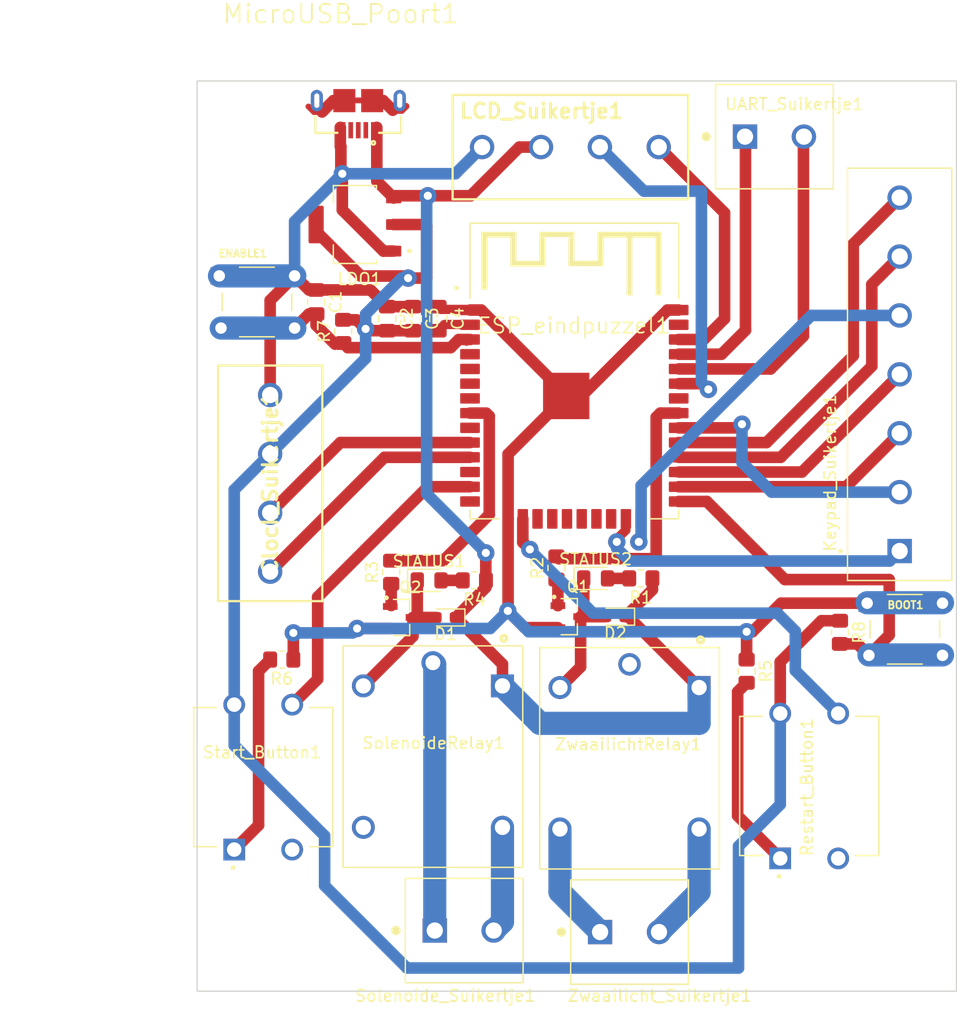
<source format=kicad_pcb>
(kicad_pcb (version 20211014) (generator pcbnew)
  (layers (0 "F.Cu" signal) (31 "B.Cu" signal) (34 "B.Paste" user) (35 "F.Paste" user) (36 "B.SilkS" user "B.Silkscreen") (37 "F.SilkS" user "F.Silkscreen") (38 "B.Mask" user) (39 "F.Mask" user) (44 "Edge.Cuts" user))
  (net 0 "")
  (net 1 "GND")
  (net 2 "Net-(BOOT1-Pad3)")
  (net 3 "Net-(C1-Pad2)")
  (net 4 "3.3V")
  (net 5 "IO26")
  (net 6 "IO25")
  (net 7 "5V")
  (net 8 "Net-(D1-Pad2)")
  (net 9 "Net-(D2-Pad2)")
  (net 10 "IO23")
  (net 11 "IO22")
  (net 12 "Net-(ESP_eindpuzzel1-Pad35)")
  (net 13 "Net-(ESP_eindpuzzel1-Pad34)")
  (net 14 "IO21")
  (net 15 "IO19")
  (net 16 "IO18")
  (net 17 "IO5")
  (net 18 "IO17")
  (net 19 "IO16")
  (net 20 "IO4")
  (net 21 "IO2")
  (net 22 "IO15")
  (net 29 "IO13")
  (net 31 "IO14")
  (net 34 "IO32")
  (net 42 "Net-(MicroUSB_Poort1-Pad6)")
  (net 43 "Net-(R2-Pad1)")
  (net 44 "Net-(R3-Pad1)")
  (net 45 "Net-(R1-Pad2)")
  (net 46 "Net-(R4-Pad2)")
  (net 47 "Net-(R5-Pad2)")
  (net 48 "Net-(R6-Pad2)")
  (net 50 "Net-(SolenoideRelay1-PadCOM)")
  (net 52 "Net-(SolenoideRelay1-PadNC)")
  (net 55 "Net-(ZwaailichtRelay1-PadNO)")
  (net 56 "Net-(ZwaailichtRelay1-PadNC)")
  (footprint "components:SOT95P230X110-3N" (layer "F.Cu") (at 76.54 78.37)
    (fp_text reference "Q2")
    (fp_text value "BC817")
  )
  (footprint "components:RELAY_SRD-05VDC-SL-C" (layer "F.Cu") (at 96.2 90.5125 -90)
    (fp_text reference "ZwaailichtRelay1")
    (fp_text value "SRD-05VDC-SL-C")
  )
  (footprint "Capacitor_SMD:C_0805_2012Metric_Pad1.18x1.45mm_HandSolder" (layer "F.Cu") (at 75.3 52.6 -90)
    (fp_text reference "C2")
    (fp_text value "220u")
  )
  (footprint "components:SOT95P230X110-3N" (layer "F.Cu") (at 91 78.3)
    (fp_text reference "Q1")
    (fp_text value "BC817")
  )
  (footprint "components:TE_282841-2" (layer "F.Cu") (at 81.94 105.37)
    (fp_text reference "Solenoide_Suikertje1")
    (fp_text value "282841-2")
  )
  (footprint "28241:2828414" (layer "F.Cu") (at 83.48 37.8)
    (fp_text reference "LCD_Suikertje1")
    (fp_text value "282841-4" hide)
  )
  (footprint "Capacitor_SMD:C_0805_2012Metric_Pad1.18x1.45mm_HandSolder" (layer "F.Cu") (at 77.5 52.6 -90)
    (fp_text reference "C3")
    (fp_text value "22u")
  )
  (footprint "28241:2828414" (layer "F.Cu") (at 65.2 74.42 90)
    (fp_text reference "Clock_Suikertje1")
    (fp_text value "282841-4" hide)
  )
  (footprint "components:TE_282841-7" (layer "F.Cu") (at 119.5 57.4 90)
    (fp_text reference "Keypad_Suikertje1")
    (fp_text value "282841-7")
  )
  (footprint "Resistor_SMD:R_0805_2012Metric_Pad1.20x1.40mm_HandSolder" (layer "F.Cu") (at 89.9 74.1 90)
    (fp_text reference "R2")
    (fp_text value "1k")
  )
  (footprint "Resistor_SMD:R_0805_2012Metric_Pad1.20x1.40mm_HandSolder" (layer "F.Cu") (at 71.5 53.7 90)
    (fp_text reference "R7")
    (fp_text value "10k")
  )
  (footprint "components:RELAY_SRD-05VDC-SL-C" (layer "F.Cu") (at 79.24 90.37 -90)
    (fp_text reference "SolenoideRelay1")
    (fp_text value "SRD-05VDC-SL-C")
  )
  (footprint "components:SOT229P700X180-4N" (layer "F.Cu") (at 72.51 44.48 180)
    (fp_text reference "LDO1")
    (fp_text value "AMS1117")
  )
  (footprint "LED_SMD:LED_0603_1608Metric_Pad1.05x0.95mm_HandSolder" (layer "F.Cu") (at 94.975 78.3 180)
    (fp_text reference "D2")
    (fp_text value "D")
  )
  (footprint "Resistor_SMD:R_0805_2012Metric_Pad1.20x1.40mm_HandSolder" (layer "F.Cu") (at 106.3 83 -90)
    (fp_text reference "R5")
    (fp_text value "1k")
  )
  (footprint "components:SW_B3F-4050" (layer "F.Cu") (at 111.7 92.9 90)
    (fp_text reference "Restart_Button1")
    (fp_text value "B3F-4050")
  )
  (footprint "LED_SMD:LED_0805_2012Metric_Pad1.15x1.40mm_HandSolder" (layer "F.Cu") (at 93.275 75)
    (fp_text reference "STATUS2")
    (fp_text value "LED")
  )
  (footprint "components:TE_282841-2" (layer "F.Cu") (at 96.2 105.5)
    (fp_text reference "Zwaailicht_Suikertje1")
    (fp_text value "282841-2")
  )
  (footprint "Resistor_SMD:R_0805_2012Metric_Pad1.20x1.40mm_HandSolder" (layer "F.Cu") (at 66.2 82 180)
    (fp_text reference "R6")
    (fp_text value "1k")
  )
  (footprint "Resistor_SMD:R_0805_2012Metric_Pad1.20x1.40mm_HandSolder" (layer "F.Cu") (at 82.815 75.17 180)
    (fp_text reference "R4")
    (fp_text value "1k")
  )
  (footprint "Resistor_SMD:R_0805_2012Metric_Pad1.20x1.40mm_HandSolder" (layer "F.Cu") (at 75.64 74.47 90)
    (fp_text reference "R3")
    (fp_text value "1k")
  )
  (footprint "components:TE_3-1825910-1" (layer "F.Cu") (at 64.06 51.16)
    (fp_text reference "ENABLE1")
    (fp_text value "SW_Push")
  )
  (footprint "components:MODULE_ESP-WROOM-32" (layer "F.Cu") (at 91.44 60.11)
    (fp_text reference "ESP_eindpuzzel1")
    (fp_text value "ESP-WROOM-32")
  )
  (footprint "components:TE_282841-2" (layer "F.Cu") (at 108.7 36.9)
    (fp_text reference "UART_Suikertje1")
    (fp_text value "282841-2")
  )
  (footprint "Resistor_SMD:R_0805_2012Metric_Pad1.20x1.40mm_HandSolder" (layer "F.Cu") (at 114.35 79.65 -90)
    (fp_text reference "R8")
    (fp_text value "10k")
  )
  (footprint "Capacitor_SMD:C_0805_2012Metric_Pad1.18x1.45mm_HandSolder" (layer "F.Cu") (at 69.16 51.16 -90)
    (fp_text reference "C1")
    (fp_text value "0.1u")
  )
  (footprint "LED_SMD:LED_0805_2012Metric_Pad1.15x1.40mm_HandSolder" (layer "F.Cu") (at 78.915 75.17)
    (fp_text reference "STATUS1")
    (fp_text value "LED")
  )
  (footprint "Resistor_SMD:R_0805_2012Metric_Pad1.20x1.40mm_HandSolder" (layer "F.Cu") (at 97.175 75 180)
    (fp_text reference "R1")
    (fp_text value "1k")
  )
  (footprint "LED_SMD:LED_0603_1608Metric_Pad1.05x0.95mm_HandSolder" (layer "F.Cu") (at 80.34 78.37 180)
    (fp_text reference "D1")
    (fp_text value "D")
  )
  (footprint "components:SW_B3F-4050" (layer "F.Cu") (at 64.6 92.1375 90)
    (fp_text reference "Start_Button1")
    (fp_text value "B3F-4050")
  )
  (footprint "components:GCT_USB3090-XX-X_REVE" (layer "F.Cu") (at 72.800814 33.795185 180)
    (fp_text reference "MicroUSB_Poort1")
    (fp_text value "USB3090-XX-X_REVE")
    (fp_line (start -3.35 -0.4) (end -3.35 0.4) (layer "Edge.Cuts") (width 0.01))
    (fp_line (start -3.8 0.4) (end -3.8 -0.4) (layer "Edge.Cuts") (width 0.01))
    (fp_line (start 3.8 -0.4) (end 3.8 0.4) (layer "Edge.Cuts") (width 0.01))
    (fp_line (start 3.35 0.4) (end 3.35 -0.4) (layer "Edge.Cuts") (width 0.01))
    (fp_arc (start -3.8 -0.4) (mid -3.734099 -0.559099) (end -3.575 -0.625) (layer "Edge.Cuts") (width 0.01))
    (fp_arc (start 3.8 0.4) (mid 3.734099 0.559099) (end 3.575 0.625) (layer "Edge.Cuts") (width 0.01))
    (fp_arc (start 3.575 0.625) (mid 3.415901 0.559099) (end 3.35 0.4) (layer "Edge.Cuts") (width 0.01))
    (fp_arc (start 3.575 -0.625) (mid 3.734099 -0.559099) (end 3.8 -0.4) (layer "Edge.Cuts") (width 0.01))
    (fp_arc (start 3.35 -0.4) (mid 3.415901 -0.559099) (end 3.575 -0.625) (layer "Edge.Cuts") (width 0.01))
    (fp_arc (start -3.575 0.625) (mid -3.734099 0.559099) (end -3.8 0.4) (layer "Edge.Cuts") (width 0.01))
    (fp_arc (start -3.575 -0.625) (mid -3.415901 -0.559099) (end -3.35 -0.4) (layer "Edge.Cuts") (width 0.01))
    (fp_arc (start -3.35 0.4) (mid -3.415901 0.559099) (end -3.575 0.625) (layer "Edge.Cuts") (width 0.01))
  )
  (footprint "components:TE_3-1825910-1" (layer "F.Cu") (at 119.9475 79.3875)
    (fp_text reference "BOOT1")
    (fp_text value "SW_Push")
  )
  (footprint "Capacitor_SMD:C_0805_2012Metric_Pad1.18x1.45mm_HandSolder" (layer "F.Cu") (at 79.7 52.6 -90)
    (fp_text reference "C4")
    (fp_text value "0.1u")
  )
  (gr_rect (start 58.9 32.1) (end 124.4 110.6) (layer "Edge.Cuts") (width 0.1) (fill none))
  (segment (start 71.3 39.977) (end 71.3 37.744696) (width 1) (layer "F.Cu") (net 1))
  (segment (start 71.500814 40.024186) (end 71.424 40.101) (width 0.5) (layer "F.Cu") (net 1))
  (segment (start 79.7 51.5625) (end 79.9375 51.8) (width 0.8) (layer "F.Cu") (net 1))
  (segment (start 73.86 50.1225) (end 75.3 51.5625) (width 1) (layer "F.Cu") (net 1))
  (segment (start 83.406549 51.855) (end 90.74 59.188451) (width 1) (layer "F.Cu") (net 1))
  (segment (start 69.16 50.1225) (end 68.5425 50.1225) (width 1) (layer "F.Cu") (net 1))
  (segment (start 71.424 40.101) (end 71.424 43.224) (width 1) (layer "F.Cu") (net 1))
  (segment (start 90.02 79.25) (end 87.15 79.25) (width 1) (layer "F.Cu") (net 1))
  (segment (start 67.2 82) (end 67.2 79.7) (width 1) (layer "F.Cu") (net 1))
  (segment (start 90.74 59.188451) (end 90.74 59.265) (width 1) (layer "F.Cu") (net 1))
  (segment (start 90.74 59.265) (end 85.725 64.28) (width 1) (layer "F.Cu") (net 1))
  (segment (start 67.31 48.91) (end 65.2 51.02) (width 1) (layer "F.Cu") (net 1))
  (segment (start 100.44 51.855) (end 99.473451 51.855) (width 1) (layer "F.Cu") (net 1))
  (segment (start 92.063451 59.265) (end 90.74 59.265) (width 1) (layer "F.Cu") (net 1))
  (segment (start 71.3 37.744696) (end 71.251303 37.744696) (width 1) (layer "F.Cu") (net 1))
  (segment (start 71.424 40.101) (end 71.3 39.977) (width 1) (layer "F.Cu") (net 1))
  (segment (start 69.16 50.1225) (end 73.86 50.1225) (width 1) (layer "F.Cu") (net 1))
  (segment (start 71.424 43.224) (end 74.97 46.77) (width 1) (layer "F.Cu") (net 1))
  (segment (start 106.3 79.6) (end 106.3 82) (width 1) (layer "F.Cu") (net 1))
  (segment (start 75.56 79.32) (end 72.7 79.32) (width 1) (layer "F.Cu") (net 1))
  (segment (start 85.725 64.28) (end 85.725 69.865) (width 1) (layer "F.Cu") (net 1))
  (segment (start 68.5425 50.1225) (end 67.33 48.91) (width 1) (layer "F.Cu") (net 1))
  (segment (start 73.88 79.32) (end 73.9 79.3) (width 0.5) (layer "F.Cu") (net 1))
  (segment (start 79.9375 51.8) (end 82.385 51.8) (width 0.8) (layer "F.Cu") (net 1))
  (segment (start 99.473451 51.855) (end 92.063451 59.265) (width 1) (layer "F.Cu") (net 1))
  (segment (start 71.251303 37.744696) (end 71.251303 36.1) (width 1) (layer "F.Cu") (net 1))
  (segment (start 72.7 79.32) (end 73.88 79.32) (width 0.5) (layer "F.Cu") (net 1))
  (segment (start 85.725 77.775) (end 85.725 69.865) (width 1) (layer "F.Cu") (net 1))
  (segment (start 75.3 51.5625) (end 79.7 51.5625) (width 1) (layer "F.Cu") (net 1))
  (segment (start 106.8 79.6) (end 109.2625 77.1375) (width 1) (layer "F.Cu") (net 1))
  (segment (start 85.7 77.8) (end 85.725 77.775) (width 0.5) (layer "F.Cu") (net 1))
  (segment (start 74.97 46.77) (end 75.855 46.77) (width 1) (layer "F.Cu") (net 1))
  (segment (start 87.15 79.25) (end 85.7 77.8) (width 1) (layer "F.Cu") (net 1))
  (segment (start 65.2 51.02) (end 65.2 59.18) (width 1) (layer "F.Cu") (net 1))
  (segment (start 89.25 79.25) (end 88.75 79.25) (width 0.5) (layer "F.Cu") (net 1))
  (segment (start 106.3 79.6) (end 106.8 79.6) (width 1) (layer "F.Cu") (net 1))
  (segment (start 109.2625 77.1375) (end 116.6975 77.1375) (width 1) (layer "F.Cu") (net 1))
  (segment (start 82.44 51.855) (end 83.406549 51.855) (width 1) (layer "F.Cu") (net 1))
  (segment (start 82.385 51.8) (end 82.44 51.855) (width 0.8) (layer "F.Cu") (net 1))
  (via (at 72.7 79.32) (size 1.5) (drill 0.7) (layers "F.Cu" "B.Cu") (net 1))
  (via (at 67.2 79.7) (size 1.5) (drill 0.7) (layers "F.Cu" "B.Cu") (net 1))
  (via (at 85.7 77.8) (size 1.5) (drill 0.7) (layers "F.Cu" "B.Cu") (net 1))
  (via (at 106.3 79.6) (size 1.5) (drill 0.7) (layers "F.Cu" "B.Cu") (net 1))
  (via (at 71.424 40.101) (size 1.5) (drill 0.7) (layers "F.Cu" "B.Cu") (net 1))
  (segment (start 87.5 79.6) (end 85.7 77.8) (width 1) (layer "B.Cu") (net 1))
  (segment (start 71.424 40.101) (end 81.179 40.101) (width 1) (layer "B.Cu") (net 1))
  (segment (start 81.179 40.101) (end 83.48 37.8) (width 1) (layer "B.Cu") (net 1))
  (segment (start 67.33 48.91) (end 60.83 48.91) (width 2) (layer "B.Cu") (net 1))
  (segment (start 72.7 79.32) (end 72.32 79.7) (width 1) (layer "B.Cu") (net 1))
  (segment (start 72.32 79.7) (end 67.2 79.7) (width 1) (layer "B.Cu") (net 1))
  (segment (start 72.7 79.32) (end 84.18 79.32) (width 1) (layer "B.Cu") (net 1))
  (segment (start 67.31 44.215) (end 67.31 48.91) (width 1) (layer "B.Cu") (net 1))
  (segment (start 123.2 77.1) (end 116.7 77.1) (width 2) (layer "B.Cu") (net 1))
  (segment (start 84.18 79.32) (end 85.7 77.8) (width 1) (layer "B.Cu") (net 1))
  (segment (start 71.424 40.101) (end 67.31 44.215) (width 1) (layer "B.Cu") (net 1))
  (segment (start 106.3 79.6) (end 87.5 79.6) (width 1) (layer "B.Cu") (net 1))
  (segment (start 118.6 79.885) (end 118.6 75.1) (width 1) (layer "F.Cu") (net 2))
  (segment (start 115.86 80.65) (end 116.8475 81.6375) (width 1) (layer "F.Cu") (net 2))
  (segment (start 118.6 75.1) (end 109.6 75.1) (width 1) (layer "F.Cu") (net 2))
  (segment (start 116.8475 81.6375) (end 118.6 79.885) (width 1) (layer "F.Cu") (net 2))
  (segment (start 114.35 80.65) (end 115.86 80.65) (width 1) (layer "F.Cu") (net 2))
  (segment (start 102.865 68.365) (end 100.44 68.365) (width 1) (layer "F.Cu") (net 2))
  (segment (start 109.6 75.1) (end 102.865 68.365) (width 1) (layer "F.Cu") (net 2))
  (segment (start 116.85 81.6) (end 123.2 81.6) (width 2) (layer "B.Cu") (net 2))
  (segment (start 71.9 55.1) (end 80.768451 55.1) (width 1) (layer "F.Cu") (net 3))
  (segment (start 69.16 53.16) (end 70.8 54.8) (width 1) (layer "F.Cu") (net 3))
  (segment (start 68.5425 52.1975) (end 67.33 53.41) (width 1) (layer "F.Cu") (net 3))
  (segment (start 69.16 52.1975) (end 68.5425 52.1975) (width 1) (layer "F.Cu") (net 3))
  (segment (start 80.768451 55.1) (end 81.473451 54.395) (width 1) (layer "F.Cu") (net 3))
  (segment (start 69.16 52.1975) (end 69.16 53.16) (width 1) (layer "F.Cu") (net 3))
  (segment (start 71.5 54.7) (end 71.9 55.1) (width 1) (layer "F.Cu") (net 3))
  (segment (start 82.135 54.7) (end 82.44 54.395) (width 0.5) (layer "F.Cu") (net 3))
  (segment (start 81.473451 54.395) (end 82.44 54.395) (width 1) (layer "F.Cu") (net 3))
  (segment (start 60.98 53.41) (end 67.33 53.41) (width 2) (layer "B.Cu") (net 3))
  (segment (start 82.415 53.1) (end 82.44 53.125) (width 0.8) (layer "F.Cu") (net 4))
  (segment (start 80.2375 53.1) (end 82.415 53.1) (width 0.8) (layer "F.Cu") (net 4))
  (segment (start 78.7 49.1) (end 78.7 44.6) (width 1) (layer "F.Cu") (net 4))
  (segment (start 69.165 44.48) (end 69.165 45.065) (width 1) (layer "F.Cu") (net 4))
  (segment (start 76.92298 48.92298) (end 77.1 49.1) (width 1) (layer "F.Cu") (net 4))
  (segment (start 71.7 52.7) (end 72.65 52.7) (width 1) (layer "F.Cu") (net 4))
  (segment (start 112.75 78.65) (end 109.2 82.2) (width 1) (layer "F.Cu") (net 4))
  (segment (start 73.02298 48.92298) (end 76.92298 48.92298) (width 1) (layer "F.Cu") (net 4))
  (segment (start 73.53 53.635) (end 75.495 53.635) (width 1) (layer "F.Cu") (net 4))
  (segment (start 79.7 53.6375) (end 75.3 53.6375) (width 1) (layer "F.Cu") (net 4))
  (segment (start 78.7 44.6) (end 78.58 44.48) (width 1) (layer "F.Cu") (net 4))
  (segment (start 72.65 52.7) (end 73.435 53.485) (width 1) (layer "F.Cu") (net 4))
  (segment (start 77.1 49.1) (end 78.7 49.1) (width 1) (layer "F.Cu") (net 4))
  (segment (start 109.2 82.2) (end 109.2 86.65) (width 1) (layer "F.Cu") (net 4))
  (segment (start 79.7 53.6375) (end 80.2375 53.1) (width 0.8) (layer "F.Cu") (net 4))
  (segment (start 75.88 44.48) (end 75.855 44.48) (width 0.5) (layer "F.Cu") (net 4))
  (segment (start 114.35 78.65) (end 112.75 78.65) (width 1) (layer "F.Cu") (net 4))
  (segment (start 78.58 44.48) (end 75.855 44.48) (width 1) (layer "F.Cu") (net 4))
  (segment (start 77.1 49.1) (end 77.2 49) (width 0.5) (layer "F.Cu") (net 4))
  (segment (start 69.165 45.065) (end 73.02298 48.92298) (width 1) (layer "F.Cu") (net 4))
  (via (at 73.435 53.485) (size 1.5) (drill 0.7) (layers "F.Cu" "B.Cu") (net 4))
  (via (at 77.1 49.1) (size 1.5) (drill 0.7) (layers "F.Cu" "B.Cu") (net 4))
  (segment (start 77 108.6) (end 69.9 101.5) (width 1) (layer "B.Cu") (net 4))
  (segment (start 62.1 67.36) (end 62.1 85.8875) (width 1) (layer "B.Cu") (net 4))
  (segment (start 73.435 56.025) (end 65.2 64.26) (width 1) (layer "B.Cu") (net 4))
  (segment (start 76.545 49.1) (end 73.435 52.21) (width 1) (layer "B.Cu") (net 4))
  (segment (start 105.6 98.1) (end 105.6 108.6) (width 1) (layer "B.Cu") (net 4))
  (segment (start 73.435 53.485) (end 73.435 56.025) (width 1) (layer "B.Cu") (net 4))
  (segment (start 109.2 94.5) (end 105.6 98.1) (width 1) (layer "B.Cu") (net 4))
  (segment (start 69.9 101.5) (end 69.9 97.2) (width 1) (layer "B.Cu") (net 4))
  (segment (start 77.1 49.1) (end 76.545 49.1) (width 1) (layer "B.Cu") (net 4))
  (segment (start 62.1 89.4) (end 62.1 85.8875) (width 1) (layer "B.Cu") (net 4))
  (segment (start 65.2 64.26) (end 62.1 67.36) (width 1) (layer "B.Cu") (net 4))
  (segment (start 73.435 52.21) (end 73.435 53.485) (width 1) (layer "B.Cu") (net 4))
  (segment (start 69.9 97.2) (end 62.1 89.4) (width 1) (layer "B.Cu") (net 4))
  (segment (start 109.2 86.65) (end 109.2 94.5) (width 1) (layer "B.Cu") (net 4))
  (segment (start 105.6 108.6) (end 77 108.6) (width 1) (layer "B.Cu") (net 4))
  (segment (start 65.2 74.42) (end 75.065 64.555) (width 1) (layer "F.Cu") (net 5))
  (segment (start 75.065 64.555) (end 82.44 64.555) (width 1) (layer "F.Cu") (net 5))
  (segment (start 65.2 69.34) (end 71.255 63.285) (width 1) (layer "F.Cu") (net 6))
  (segment (start 71.255 63.285) (end 82.44 63.285) (width 1) (layer "F.Cu") (net 6))
  (segment (start 98.175 75) (end 98.175 75.975) (width 1) (layer "F.Cu") (net 7))
  (segment (start 85.24 82.395) (end 85.24 84.27) (width 1) (layer "F.Cu") (net 7))
  (segment (start 82.5 42) (end 86.7 37.8) (width 1) (layer "F.Cu") (net 7))
  (segment (start 75.855 42.19) (end 74.4 40.735) (width 1) (layer "F.Cu") (net 7))
  (segment (start 78.8 42) (end 82.5 42) (width 1) (layer "F.Cu") (net 7))
  (segment (start 83.8 75.155) (end 83.815 75.17) (width 1) (layer "F.Cu") (net 7))
  (segment (start 95.85 78.3) (end 96.0875 78.3) (width 0.5) (layer "F.Cu") (net 7))
  (segment (start 96.0875 78.3) (end 102.2 84.4125) (width 1) (layer "F.Cu") (net 7))
  (segment (start 83.815 75.77) (end 81.215 78.37) (width 1) (layer "F.Cu") (net 7))
  (segment (start 78.8 42) (end 76.045 42) (width 1) (layer "F.Cu") (net 7))
  (segment (start 83.815 75.17) (end 83.815 75.77) (width 0.5) (layer "F.Cu") (net 7))
  (segment (start 76.045 42) (end 75.855 42.19) (width 1) (layer "F.Cu") (net 7))
  (segment (start 98.175 75.975) (end 95.85 78.3) (width 1) (layer "F.Cu") (net 7))
  (segment (start 74.4 40.735) (end 74.4 36.1) (width 1) (layer "F.Cu") (net 7))
  (segment (start 83.8 72.8) (end 83.8 75.155) (width 1) (layer "F.Cu") (net 7))
  (segment (start 81.215 78.37) (end 85.24 82.395) (width 1) (layer "F.Cu") (net 7))
  (segment (start 86.7 37.8) (end 88.56 37.8) (width 1) (layer "F.Cu") (net 7))
  (via (at 83.8 72.8) (size 1.5) (drill 0.7) (layers "F.Cu" "B.Cu") (net 7))
  (via (at 78.8 42) (size 1.5) (drill 0.7) (layers "F.Cu" "B.Cu") (net 7))
  (segment (start 78.7 67.7) (end 83.8 72.8) (width 1) (layer "B.Cu") (net 7))
  (segment (start 78.7 42.1) (end 78.7 67.7) (width 1) (layer "B.Cu") (net 7))
  (segment (start 102.2 87.5) (end 88.47 87.5) (width 2) (layer "B.Cu") (net 7))
  (segment (start 78.8 42) (end 78.7 42.1) (width 1) (layer "B.Cu") (net 7))
  (segment (start 102.2 84.4125) (end 102.2 87.5) (width 2) (layer "B.Cu") (net 7))
  (segment (start 88.47 87.5) (end 85.24 84.27) (width 2) (layer "B.Cu") (net 7))
  (segment (start 77.52 79.99) (end 77.52 78.37) (width 1) (layer "F.Cu") (net 8))
  (segment (start 79.465 78.37) (end 77.52 78.37) (width 1) (layer "F.Cu") (net 8))
  (segment (start 77.89 75.17) (end 77.89 78) (width 1) (layer "F.Cu") (net 8))
  (segment (start 73.24 84.27) (end 77.52 79.99) (width 1) (layer "F.Cu") (net 8))
  (segment (start 77.89 78) (end 77.52 78.37) (width 0.5) (layer "F.Cu") (net 8))
  (segment (start 92.25 78.03) (end 91.98 78.3) (width 0.5) (layer "F.Cu") (net 9))
  (segment (start 94.1 78.3) (end 91.98 78.3) (width 1) (layer "F.Cu") (net 9))
  (segment (start 92.25 75) (end 92.25 78.03) (width 1) (layer "F.Cu") (net 9))
  (segment (start 91.98 78.3) (end 91.98 82.6325) (width 1) (layer "F.Cu") (net 9))
  (segment (start 91.98 82.6325) (end 90.2 84.4125) (width 1) (layer "F.Cu") (net 9))
  (segment (start 104.4 43.48) (end 104.4 52.6) (width 1) (layer "F.Cu") (net 11))
  (segment (start 102.605 54.395) (end 100.44 54.395) (width 1) (layer "F.Cu") (net 11))
  (segment (start 98.72 37.8) (end 104.4 43.48) (width 1) (layer "F.Cu") (net 11))
  (segment (start 104.4 52.6) (end 102.605 54.395) (width 1) (layer "F.Cu") (net 11))
  (segment (start 104.135 55.665) (end 106.2 53.6) (width 1) (layer "F.Cu") (net 12))
  (segment (start 106.2 36.94) (end 106.16 36.9) (width 1) (layer "F.Cu") (net 12))
  (segment (start 100.44 55.665) (end 104.135 55.665) (width 1) (layer "F.Cu") (net 12))
  (segment (start 106.2 53.6) (end 106.2 36.94) (width 1) (layer "F.Cu") (net 12))
  (segment (start 111.2 36.94) (end 111.2 54.1) (width 1) (layer "F.Cu") (net 13))
  (segment (start 111.2 54.1) (end 108.365 56.935) (width 1) (layer "F.Cu") (net 13))
  (segment (start 111.24 36.9) (end 111.2 36.94) (width 1) (layer "F.Cu") (net 13))
  (segment (start 108.365 56.935) (end 100.44 56.935) (width 1) (layer "F.Cu") (net 13))
  (segment (start 103 58.7) (end 102.505 58.205) (width 1) (layer "F.Cu") (net 14))
  (segment (start 102.505 58.205) (end 100.44 58.205) (width 1) (layer "F.Cu") (net 14))
  (via (at 103 58.7) (size 1.5) (drill 0.7) (layers "F.Cu" "B.Cu") (net 14))
  (segment (start 97.44 41.6) (end 93.64 37.8) (width 1) (layer "B.Cu") (net 14))
  (segment (start 102.4 58.1) (end 102.4 41.6) (width 1) (layer "B.Cu") (net 14))
  (segment (start 102.4 41.6) (end 97.44 41.6) (width 1) (layer "B.Cu") (net 14))
  (segment (start 103 58.7) (end 102.4 58.1) (width 1) (layer "B.Cu") (net 14))
  (segment (start 89.9 73.1) (end 90.1 73.3) (width 1) (layer "F.Cu") (net 15))
  (segment (start 98.4 73.3) (end 98.5 73.2) (width 1) (layer "F.Cu") (net 15))
  (segment (start 98.855 60.745) (end 100.44 60.745) (width 1) (layer "F.Cu") (net 15))
  (segment (start 98.5 61.1) (end 98.855 60.745) (width 1) (layer "F.Cu") (net 15))
  (segment (start 98.5 73.2) (end 98.5 61.1) (width 1) (layer "F.Cu") (net 15))
  (segment (start 90.1 73.3) (end 98.4 73.3) (width 1) (layer "F.Cu") (net 15))
  (segment (start 105.9 61.7) (end 105.585 62.015) (width 1) (layer "F.Cu") (net 16))
  (segment (start 105.585 62.015) (end 100.44 62.015) (width 1) (layer "F.Cu") (net 16))
  (via (at 105.9 61.7) (size 1.5) (drill 0.7) (layers "F.Cu" "B.Cu") (net 16))
  (segment (start 108.46 67.56) (end 119.5 67.56) (width 1) (layer "B.Cu") (net 16))
  (segment (start 105.9 61.7) (end 105.9 65) (width 1) (layer "B.Cu") (net 16))
  (segment (start 105.9 65) (end 108.46 67.56) (width 1) (layer "B.Cu") (net 16))
  (segment (start 100.44 63.285) (end 108.015 63.285) (width 1) (layer "F.Cu") (net 17))
  (segment (start 108.015 63.285) (end 115.5 55.8) (width 1) (layer "F.Cu") (net 17))
  (segment (start 115.5 46.16) (end 119.5 42.16) (width 1) (layer "F.Cu") (net 17))
  (segment (start 115.5 55.8) (end 115.5 46.16) (width 1) (layer "F.Cu") (net 17))
  (segment (start 117.1 49.64) (end 119.5 47.24) (width 1) (layer "F.Cu") (net 18))
  (segment (start 109.245 64.555) (end 117.1 56.7) (width 1) (layer "F.Cu") (net 18))
  (segment (start 117.1 56.7) (end 117.1 49.64) (width 1) (layer "F.Cu") (net 18))
  (segment (start 100.44 64.555) (end 109.245 64.555) (width 1) (layer "F.Cu") (net 18))
  (segment (start 100.44 65.825) (end 111.075 65.825) (width 1) (layer "F.Cu") (net 19))
  (segment (start 111.075 65.825) (end 119.5 57.4) (width 1) (layer "F.Cu") (net 19))
  (segment (start 100.44 67.095) (end 114.885 67.095) (width 1) (layer "F.Cu") (net 20))
  (segment (start 114.885 67.095) (end 119.5 62.48) (width 1) (layer "F.Cu") (net 20))
  (segment (start 97 71.9) (end 97.155 71.745) (width 0.8) (layer "F.Cu") (net 21))
  (segment (start 97.155 71.745) (end 97.155 69.865) (width 0.8) (layer "F.Cu") (net 21))
  (segment (start 97 71.8505) (end 97 71.9) (width 1) (layer "F.Cu") (net 21))
  (via (at 97 71.8505) (size 1.5) (drill 0.7) (layers "F.Cu" "B.Cu") (net 21))
  (segment (start 97 71.8505) (end 97.2 71.6505) (width 1) (layer "B.Cu") (net 21))
  (segment (start 97.2 67) (end 111.88 52.32) (width 1) (layer "B.Cu") (net 21))
  (segment (start 97.2 71.6505) (end 97.2 67) (width 1) (layer "B.Cu") (net 21))
  (segment (start 111.88 52.32) (end 119.5 52.32) (width 1) (layer "B.Cu") (net 21))
  (segment (start 95.885 70.831549) (end 95.885 69.865) (width 0.8) (layer "F.Cu") (net 22))
  (segment (start 95.1 71.8505) (end 95.1 71.616549) (width 1) (layer "F.Cu") (net 22))
  (segment (start 95.1 71.616549) (end 95.885 70.831549) (width 0.8) (layer "F.Cu") (net 22))
  (via (at 95.1 71.8505) (size 1.5) (drill 0.7) (layers "F.Cu" "B.Cu") (net 22))
  (segment (start 95.1 72.4) (end 96.2 73.5) (width 1) (layer "B.Cu") (net 22))
  (segment (start 96.2 73.5) (end 118.64 73.5) (width 1) (layer "B.Cu") (net 22))
  (segment (start 118.64 73.5) (end 119.5 72.64) (width 1) (layer "B.Cu") (net 22))
  (segment (start 95.1 71.8505) (end 95.1 72.4) (width 1) (layer "B.Cu") (net 22))
  (segment (start 86.995 71.895) (end 86.995 69.865) (width 1) (layer "F.Cu") (net 29))
  (segment (start 87.6 72.5) (end 86.995 71.895) (width 1) (layer "F.Cu") (net 29))
  (via (at 87.6 72.5) (size 1.5) (drill 0.7) (layers "F.Cu" "B.Cu") (net 29))
  (segment (start 87.6 72.5) (end 87.6 72.55) (width 1) (layer "B.Cu") (net 29))
  (segment (start 108.95 78) (end 110.5 79.55) (width 1) (layer "B.Cu") (net 29))
  (segment (start 93.05 78) (end 108.95 78) (width 1) (layer "B.Cu") (net 29))
  (segment (start 110.5 79.55) (end 110.5 82.95) (width 1) (layer "B.Cu") (net 29))
  (segment (start 87.6 72.55) (end 93.05 78) (width 1) (layer "B.Cu") (net 29))
  (segment (start 110.5 82.95) (end 114.2 86.65) (width 1) (layer "B.Cu") (net 29))
  (segment (start 82.44 67.095) (end 78.805 67.095) (width 1) (layer "F.Cu") (net 31))
  (segment (start 78.805 67.095) (end 69.3 76.6) (width 1) (layer "F.Cu") (net 31))
  (segment (start 69.3 76.6) (end 69.3 83.6875) (width 1) (layer "F.Cu") (net 31))
  (segment (start 69.3 83.6875) (end 67.1 85.8875) (width 1) (layer "F.Cu") (net 31))
  (segment (start 84.1 61) (end 84 60.9) (width 1) (layer "F.Cu") (net 34))
  (segment (start 84 60.9) (end 83.845 60.745) (width 0.5) (layer "F.Cu") (net 34))
  (segment (start 80.13 73.47) (end 84.1 69.5) (width 1) (layer "F.Cu") (net 34))
  (segment (start 75.64 73.47) (end 80.13 73.47) (width 1) (layer "F.Cu") (net 34))
  (segment (start 83.845 60.745) (end 82.44 60.745) (width 1) (layer "F.Cu") (net 34))
  (segment (start 84.1 69.5) (end 84.1 61) (width 1) (layer "F.Cu") (net 34))
  (segment (start 70.655596 33.795185) (end 69.843142 34.607639) (width 1) (layer "F.Cu") (net 42))
  (segment (start 75.83024 34.679395) (end 76.567837 34.679395) (width 0.5) (layer "F.Cu") (net 42))
  (segment (start 74.000814 33.795185) (end 74.94603 33.795185) (width 1) (layer "F.Cu") (net 42))
  (segment (start 71.600814 33.795185) (end 70.655596 33.795185) (width 1) (layer "F.Cu") (net 42))
  (segment (start 74.94603 33.795185) (end 75.775423 34.624578) (width 1) (layer "F.Cu") (net 42))
  (segment (start 76.567837 34.679395) (end 76.947814 34.299418) (width 0.5) (layer "F.Cu") (net 42))
  (segment (start 69.843142 34.607639) (end 69.675415 34.77539) (width 1) (layer "F.Cu") (net 42))
  (segment (start 71.624814 33.775185) (end 74.024814 33.775185) (width 0.5) (layer "F.Cu") (net 42))
  (segment (start 68.97539 34.77539) (end 68.5 34.3) (width 0.5) (layer "F.Cu") (net 42))
  (segment (start 75.775423 34.624578) (end 75.83024 34.679395) (width 0.5) (layer "F.Cu") (net 42))
  (segment (start 76.947814 34.299418) (end 76.947814 34.247814) (width 0.5) (layer "F.Cu") (net 42))
  (segment (start 69.675415 34.77539) (end 68.97539 34.77539) (width 0.5) (layer "F.Cu") (net 42))
  (segment (start 90.02 75.22) (end 89.9 75.1) (width 0.5) (layer "F.Cu") (net 43))
  (segment (start 90.02 77.35) (end 90.02 77.28) (width 0.5) (layer "F.Cu") (net 43))
  (segment (start 90.02 77.28) (end 90.1 77.2) (width 0.5) (layer "F.Cu") (net 43))
  (segment (start 90.02 77.35) (end 90.02 75.22) (width 1) (layer "F.Cu") (net 43))
  (segment (start 75.64 77.34) (end 75.56 77.42) (width 0.5) (layer "F.Cu") (net 44))
  (segment (start 75.64 75.47) (end 75.64 77.34) (width 1) (layer "F.Cu") (net 44))
  (segment (start 94.3 75) (end 96.175 75) (width 1) (layer "F.Cu") (net 45))
  (segment (start 81.815 75.17) (end 79.94 75.17) (width 1) (layer "F.Cu") (net 46))
  (segment (start 106.3 84) (end 105.525479 84.774521) (width 1) (layer "F.Cu") (net 47))
  (segment (start 105.525479 95.475479) (end 109.2 99.15) (width 1) (layer "F.Cu") (net 47))
  (segment (start 105.525479 84.774521) (end 105.525479 95.475479) (width 1) (layer "F.Cu") (net 47))
  (segment (start 65.2 82) (end 64.2 83) (width 1) (layer "F.Cu") (net 48))
  (segment (start 64.2 83) (end 64.2 96.2875) (width 1) (layer "F.Cu") (net 48))
  (segment (start 64.2 96.2875) (end 62.1 98.3875) (width 1) (layer "F.Cu") (net 48))
  (segment (start 79.4 82.43) (end 79.24 82.27) (width 2) (layer "B.Cu") (net 50))
  (segment (start 79.4 105.37) (end 79.4 82.43) (width 2) (layer "B.Cu") (net 50))
  (segment (start 85.24 104.61) (end 84.48 105.37) (width 2) (layer "B.Cu") (net 52))
  (segment (start 85.24 96.47) (end 85.24 104.61) (width 2) (layer "B.Cu") (net 52))
  (segment (start 90.2 102.04) (end 93.66 105.5) (width 2) (layer "B.Cu") (net 55))
  (segment (start 90.2 96.6125) (end 90.2 102.04) (width 2) (layer "B.Cu") (net 55))
  (segment (start 102.2 96.6125) (end 102.2 102.04) (width 2) (layer "B.Cu") (net 56))
  (segment (start 102.2 102.04) (end 98.74 105.5) (width 2) (layer "B.Cu") (net 56))
)
</source>
